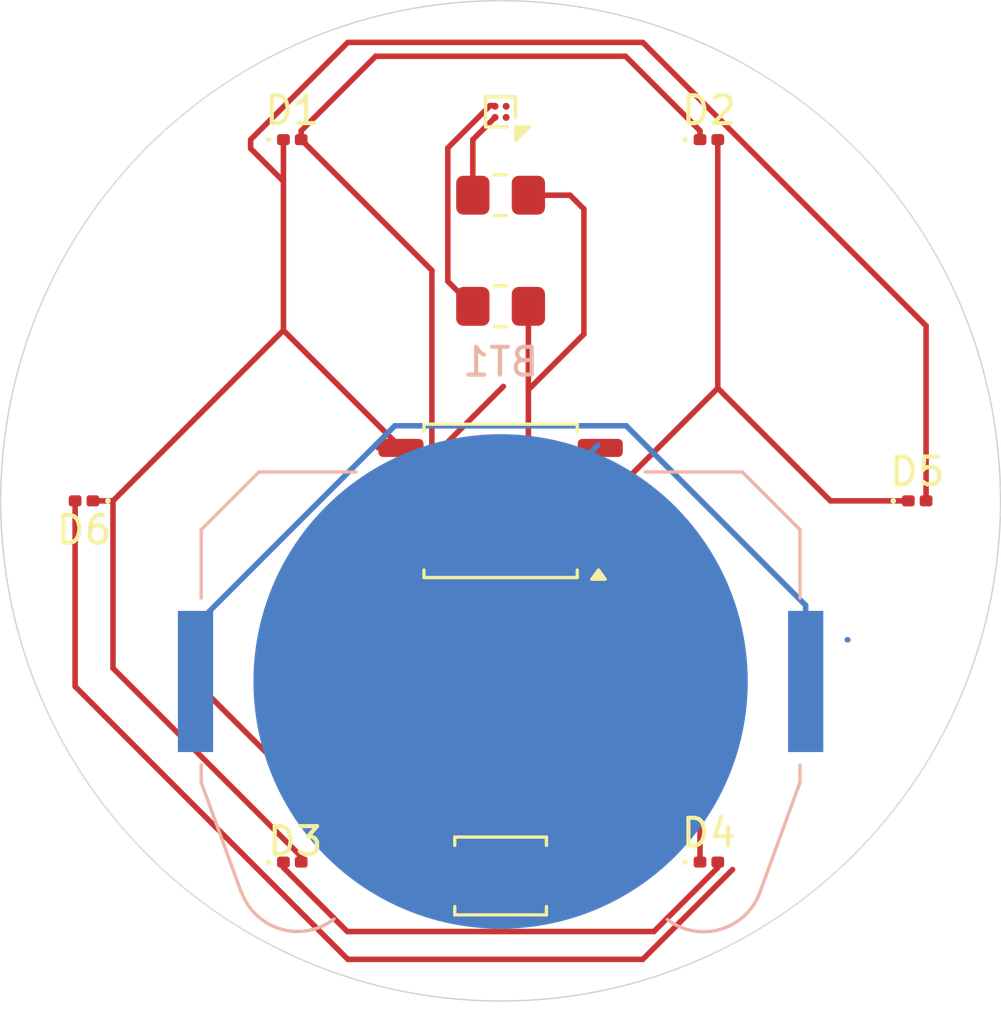
<source format=kicad_pcb>
(kicad_pcb (version 20241229) (generator "pcbnew") (generator_version "9.0")
  (layers (0 "F.Cu" signal) (2 "B.Cu" signal) (13 "F.Paste" user) (15 "B.Paste" user) (5 "F.SilkS" user "F.Silkscreen") (7 "B.SilkS" user "B.Silkscreen") (1 "F.Mask" user) (3 "B.Mask" user) (25 "Edge.Cuts" user))
  (net 0 "")
  (net 1 "Net-(BT1-+)")
  (net 2 "Net-(BT1--)")
  (net 3 "Net-(D1-A)")
  (net 4 "Net-(D1-K)")
  (net 5 "Net-(D2-A)")
  (net 6 "Net-(SW1-B)")
  (net 7 "Net-(U2-SDA)")
  (net 8 "Net-(U2-SCL)")
  (footprint "Resistor_SMD:R_0805_2012Metric_Pad1.20x1.40mm_HandSolder" (layer "F.Cu") (at 150 89)
    (property "Reference" "R1" (hide yes))
    (property "Value" "10Kohm")
    (fp_line (start -0.227064 -0.735) (end 0.227064 -0.735) (stroke (width 0.12)) (layer "F.SilkS"))
    (fp_line (start -0.227064 0.735) (end 0.227064 0.735) (stroke (width 0.12)) (layer "F.SilkS"))
    (pad "1" smd roundrect (at -1 0) (size 1.2 1.4) (layers "F.Cu" "F.Mask" "F.Paste") (roundrect_rratio 0.208333) (net 8 "Net-(U2-SCL)"))
    (pad "2" smd roundrect (at 1 0) (size 1.2 1.4) (layers "F.Cu" "F.Mask" "F.Paste") (roundrect_rratio 0.208333) (net 6 "Net-(SW1-B)"))
  )
  (footprint "LED_SMD:LED_0201_0603Metric" (layer "F.Cu") (at 165 100)
    (property "Reference" "D5" (at 0 -1.05 0) (layer "F.SilkS"))
    (property "Value" "LED")
    (fp_circle (center -0.86 0) (end -0.81 0) (stroke (width 0.1)) (fill no) (layer "F.SilkS"))
    (pad "1" smd roundrect (at -0.32 0) (size 0.46 0.4) (layers "F.Cu" "F.Mask") (net 5 "Net-(D2-A)"))
    (pad "2" smd roundrect (at 0.32 0) (size 0.46 0.4) (layers "F.Cu" "F.Mask") (net 4 "Net-(D1-K)"))
  )
  (footprint "Resistor_SMD:R_0805_2012Metric_Pad1.20x1.40mm_HandSolder" (layer "F.Cu") (at 150 93)
    (property "Reference" "R2" (hide yes))
    (property "Value" "10Kohm")
    (fp_line (start -0.227064 -0.735) (end 0.227064 -0.735) (stroke (width 0.12)) (layer "F.SilkS"))
    (fp_line (start -0.227064 0.735) (end 0.227064 0.735) (stroke (width 0.12)) (layer "F.SilkS"))
    (pad "1" smd roundrect (at -1 0) (size 1.2 1.4) (layers "F.Cu" "F.Mask" "F.Paste") (roundrect_rratio 0.208333) (net 7 "Net-(U2-SDA)"))
    (pad "2" smd roundrect (at 1 0) (size 1.2 1.4) (layers "F.Cu" "F.Mask" "F.Paste") (roundrect_rratio 0.208333) (net 6 "Net-(SW1-B)"))
  )
  (footprint "LED_SMD:LED_0201_0603Metric" (layer "F.Cu") (at 157.5 113)
    (property "Reference" "D4" (at 0 -1.05 0) (layer "F.SilkS"))
    (property "Value" "LED")
    (fp_circle (center -0.86 0) (end -0.81 0) (stroke (width 0.1)) (fill no) (layer "F.SilkS"))
    (pad "1" smd roundrect (at -0.32 0) (size 0.46 0.4) (layers "F.Cu" "F.Mask") (net 5 "Net-(D2-A)"))
    (pad "2" smd roundrect (at 0.32 0) (size 0.46 0.4) (layers "F.Cu" "F.Mask") (net 3 "Net-(D1-A)"))
  )
  (footprint "LED_SMD:LED_0201_0603Metric" (layer "F.Cu") (at 142.5 87)
    (property "Reference" "D1" (at 0 -1.05 0) (layer "F.SilkS"))
    (property "Value" "LED")
    (fp_circle (center -0.86 0) (end -0.81 0) (stroke (width 0.1)) (fill no) (layer "F.SilkS"))
    (pad "1" smd roundrect (at -0.32 0) (size 0.46 0.4) (layers "F.Cu" "F.Mask") (net 4 "Net-(D1-K)"))
    (pad "2" smd roundrect (at 0.32 0) (size 0.46 0.4) (layers "F.Cu" "F.Mask") (net 3 "Net-(D1-A)"))
  )
  (footprint "LED_SMD:LED_0201_0603Metric" (layer "F.Cu") (at 135 100 180)
    (property "Reference" "D6" (at 0 -1.05 0) (layer "F.SilkS"))
    (property "Value" "LED")
    (fp_circle (center -0.86 0) (end -0.81 0) (stroke (width 0.1)) (fill no) (layer "F.SilkS"))
    (pad "1" smd roundrect (at -0.32 0 180) (size 0.46 0.4) (layers "F.Cu" "F.Mask") (net 4 "Net-(D1-K)"))
    (pad "2" smd roundrect (at 0.32 0 180) (size 0.46 0.4) (layers "F.Cu" "F.Mask") (net 5 "Net-(D2-A)"))
  )
  (footprint "Package_SO:SOIC-8_5.3x5.3mm_P1.27mm" (layer "F.Cu") (at 150 100 180)
    (property "Reference" "U3" (hide yes))
    (property "Value" "ATtiny85-20S")
    (fp_line (start 2.76 2.76) (end 2.76 2.49) (stroke (width 0.12)) (layer "F.SilkS"))
    (fp_line (start 2.76 -2.76) (end 2.76 -2.49) (stroke (width 0.12)) (layer "F.SilkS"))
    (fp_line (start 0 2.76) (end 2.76 2.76) (stroke (width 0.12)) (layer "F.SilkS"))
    (fp_line (start 0 2.76) (end -2.76 2.76) (stroke (width 0.12)) (layer "F.SilkS"))
    (fp_line (start 0 -2.76) (end 2.76 -2.76) (stroke (width 0.12)) (layer "F.SilkS"))
    (fp_line (start 0 -2.76) (end -2.76 -2.76) (stroke (width 0.12)) (layer "F.SilkS"))
    (fp_line (start -2.76 2.76) (end -2.76 2.49) (stroke (width 0.12)) (layer "F.SilkS"))
    (fp_line (start -2.76 -2.76) (end -2.76 -2.49) (stroke (width 0.12)) (layer "F.SilkS"))
    (fp_poly (pts (xy -3.525 -2.49) (xy -3.765 -2.82) (xy -3.285 -2.82)) (stroke (width 0.12)) (fill yes) (layer "F.SilkS"))
    (pad "1" smd roundrect (at -3.5875 -1.905 180) (size 1.625 0.65) (layers "F.Cu" "F.Mask" "F.Paste"))
    (pad "2" smd roundrect (at -3.5875 -0.635 180) (size 1.625 0.65) (layers "F.Cu" "F.Mask" "F.Paste") (net 7 "Net-(U2-SDA)"))
    (pad "3" smd roundrect (at -3.5875 0.635 180) (size 1.625 0.65) (layers "F.Cu" "F.Mask" "F.Paste") (net 5 "Net-(D2-A)"))
    (pad "4" smd roundrect (at -3.5875 1.905 180) (size 1.625 0.65) (layers "F.Cu" "F.Mask" "F.Paste") (net 2 "Net-(BT1--)"))
    (pad "5" smd roundrect (at 3.5875 1.905 180) (size 1.625 0.65) (layers "F.Cu" "F.Mask" "F.Paste") (net 4 "Net-(D1-K)"))
    (pad "6" smd roundrect (at 3.5875 0.635 180) (size 1.625 0.65) (layers "F.Cu" "F.Mask" "F.Paste") (net 3 "Net-(D1-A)"))
    (pad "7" smd roundrect (at 3.5875 -0.635 180) (size 1.625 0.65) (layers "F.Cu" "F.Mask" "F.Paste") (net 8 "Net-(U2-SCL)"))
    (pad "8" smd roundrect (at 3.5875 -1.905 180) (size 1.625 0.65) (layers "F.Cu" "F.Mask" "F.Paste") (net 6 "Net-(SW1-B)"))
  )
  (footprint "LED_SMD:LED_0201_0603Metric" (layer "F.Cu") (at 157.5 87)
    (property "Reference" "D2" (at 0 -1.05 0) (layer "F.SilkS"))
    (property "Value" "LED")
    (fp_circle (center -0.86 0) (end -0.81 0) (stroke (width 0.1)) (fill no) (layer "F.SilkS"))
    (pad "1" smd roundrect (at -0.32 0) (size 0.46 0.4) (layers "F.Cu" "F.Mask") (net 3 "Net-(D1-A)"))
    (pad "2" smd roundrect (at 0.32 0) (size 0.46 0.4) (layers "F.Cu" "F.Mask") (net 5 "Net-(D2-A)"))
  )
  (footprint "Package_BGA:WLP-4_0.86x0.86mm_P0.4mm" (layer "F.Cu") (at 150 86 180)
    (property "Reference" "U2" (hide yes))
    (property "Value" "MMC5633NJL")
    (fp_line (start 0.54 0.54) (end 0.54 -0.54) (stroke (width 0.12)) (layer "F.SilkS"))
    (fp_line (start -0.22 -0.54) (end 0.54 -0.54) (stroke (width 0.12)) (layer "F.SilkS"))
    (fp_line (start -0.54 0.54) (end 0.54 0.54) (stroke (width 0.12)) (layer "F.SilkS"))
    (fp_line (start -0.54 -0.22) (end -0.54 0.54) (stroke (width 0.12)) (layer "F.SilkS"))
    (fp_poly (pts (xy -0.54 -0.54) (xy -1.04 -0.54) (xy -0.54 -1.04) (xy -0.54 -0.54)) (stroke (width 0.12)) (fill yes) (layer "F.SilkS"))
    (pad "A1" smd circle (at -0.2 -0.2 180) (size 0.25 0.25) (property pad_prop_bga) (layers "F.Cu" "F.Mask" "F.Paste") (net 2 "Net-(BT1--)"))
    (pad "A2" smd circle (at 0.2 -0.2 180) (size 0.25 0.25) (property pad_prop_bga) (layers "F.Cu" "F.Mask" "F.Paste") (net 8 "Net-(U2-SCL)"))
    (pad "B1" smd circle (at -0.2 0.2 180) (size 0.25 0.25) (property pad_prop_bga) (layers "F.Cu" "F.Mask" "F.Paste") (net 6 "Net-(SW1-B)"))
    (pad "B2" smd circle (at 0.2 0.2 180) (size 0.25 0.25) (property pad_prop_bga) (layers "F.Cu" "F.Mask" "F.Paste") (net 7 "Net-(U2-SDA)"))
  )
  (footprint "Button_Switch_SMD:SW_SPST_B3U-1000P" (layer "F.Cu") (at 150 113.5)
    (property "Reference" "SW1" (hide yes))
    (property "Value" "SW_SPST")
    (fp_line (start -1.65 -1.4) (end 1.65 -1.4) (stroke (width 0.12)) (layer "F.SilkS"))
    (fp_line (start -1.65 -1.1) (end -1.65 -1.4) (stroke (width 0.12)) (layer "F.SilkS"))
    (fp_line (start -1.65 1.1) (end -1.65 1.4) (stroke (width 0.12)) (layer "F.SilkS"))
    (fp_line (start -1.65 1.4) (end 1.65 1.4) (stroke (width 0.12)) (layer "F.SilkS"))
    (fp_line (start 1.65 -1.4) (end 1.65 -1.1) (stroke (width 0.12)) (layer "F.SilkS"))
    (fp_line (start 1.65 1.4) (end 1.65 1.1) (stroke (width 0.12)) (layer "F.SilkS"))
    (pad "1" smd rect (at -1.7 0) (size 0.9 1.7) (layers "F.Cu" "F.Mask" "F.Paste") (net 1 "Net-(BT1-+)"))
    (pad "2" smd rect (at 1.7 0) (size 0.9 1.7) (layers "F.Cu" "F.Mask" "F.Paste") (net 6 "Net-(SW1-B)"))
  )
  (footprint "LED_SMD:LED_0201_0603Metric" (layer "F.Cu") (at 142.5 113)
    (property "Reference" "D3" (at 0.105 -0.75 0) (layer "F.SilkS"))
    (property "Value" "LED")
    (fp_circle (center -0.86 0) (end -0.81 0) (stroke (width 0.1)) (fill no) (layer "F.SilkS"))
    (pad "1" smd roundrect (at -0.32 0) (size 0.46 0.4) (layers "F.Cu" "F.Mask") (net 3 "Net-(D1-A)"))
    (pad "2" smd roundrect (at 0.32 0) (size 0.46 0.4) (layers "F.Cu" "F.Mask") (net 4 "Net-(D1-K)"))
  )
  (footprint "Battery:BatteryHolder_Keystone_3034_1x20mm" (layer "B.Cu") (at 150 106.5 180)
    (property "Reference" "BT1" (at 0 11.5 0) (layer "B.SilkS") (effects (justify mirror)))
    (property "Value" "Battery_Cell")
    (fp_line (start 10.78 5.46) (end 10.78 3) (stroke (width 0.12)) (layer "B.SilkS"))
    (fp_line (start 10.78 -3) (end 10.78 -3.63) (stroke (width 0.12)) (layer "B.SilkS"))
    (fp_line (start 10.78 -3.63) (end 9.34 -7.58) (stroke (width 0.12)) (layer "B.SilkS"))
    (fp_line (start 8.7 7.54) (end 10.78 5.46) (stroke (width 0.12)) (layer "B.SilkS"))
    (fp_line (start 8.7 7.54) (end 5.2 7.54) (stroke (width 0.12)) (layer "B.SilkS"))
    (fp_line (start -5.2 7.54) (end -8.7 7.54) (stroke (width 0.12)) (layer "B.SilkS"))
    (fp_line (start -8.7 7.54) (end -10.78 5.46) (stroke (width 0.12)) (layer "B.SilkS"))
    (fp_line (start -10.78 5.46) (end -10.78 3) (stroke (width 0.12)) (layer "B.SilkS"))
    (fp_line (start -10.78 -3) (end -10.78 -3.63) (stroke (width 0.12)) (layer "B.SilkS"))
    (fp_line (start -10.78 -3.63) (end -9.34 -7.58) (stroke (width 0.12)) (layer "B.SilkS"))
    (fp_arc (start 6 -8.55) (mid 7.90634 -8.911669) (end 9.325243 -7.588169) (stroke (width 0.12)) (layer "B.SilkS"))
    (fp_arc (start -9.34 -7.58) (mid -7.921654 -8.918738) (end -6.003354 -8.56653) (stroke (width 0.12)) (layer "B.SilkS"))
    (pad "1" smd rect (at -10.985 0 180) (size 1.27 5.08) (layers "B.Cu" "B.Mask" "B.Paste") (net 1 "Net-(BT1-+)"))
    (pad "1" smd rect (at 10.985 0 180) (size 1.27 5.08) (layers "B.Cu" "B.Mask" "B.Paste") (net 1 "Net-(BT1-+)"))
    (pad "2" smd circle (at 0 0 180) (size 17.8 17.8) (layers "B.Cu" "B.Mask") (net 2 "Net-(BT1--)"))
  )
  (gr_circle (center 150 100) (end 168 100) (stroke (width 0.05)) (fill no) (layer "Edge.Cuts"))
  (segment (start 146 113.5) (end 139 106.5) (width 0.2) (layer "F.Cu") (net 1))
  (segment (start 148.3 113.5) (end 146 113.5) (width 0.2) (layer "F.Cu") (net 1))
  (segment (start 160.985 103.76) (end 154.524 97.299) (width 0.2) (layer "B.Cu") (net 1))
  (segment (start 139.015 104.472821) (end 139.015 106.5) (width 0.2) (layer "B.Cu") (net 1))
  (segment (start 154.524 97.299) (end 146.188821 97.299) (width 0.2) (layer "B.Cu") (net 1))
  (segment (start 162.485 105) (end 162.5 105) (width 0.2) (layer "B.Cu") (net 1))
  (segment (start 139.015 106.5) (end 139 106.5) (width 0.2) (layer "B.Cu") (net 1))
  (segment (start 160.985 106.5) (end 160.985 103.76) (width 0.2) (layer "B.Cu") (net 1))
  (segment (start 146.188821 97.299) (end 139.015 104.472821) (width 0.2) (layer "B.Cu") (net 1))
  (segment (start 150 101.5) (end 153.5 98) (width 0.2) (layer "B.Cu") (net 2))
  (segment (start 142.18 113) (end 142.18 113.199999) (width 0.2) (layer "F.Cu") (net 3))
  (segment (start 144.480001 115.5) (end 155.519999 115.5) (width 0.2) (layer "F.Cu") (net 3))
  (segment (start 157.18 86.68) (end 154.5 84) (width 0.2) (layer "F.Cu") (net 3))
  (segment (start 155.519999 115.5) (end 157.82 113.199999) (width 0.2) (layer "F.Cu") (net 3))
  (segment (start 147.526 91.706) (end 142.82 87) (width 0.2) (layer "F.Cu") (net 3))
  (segment (start 146.61499 99.365) (end 150.099 95.88099) (width 0.2) (layer "F.Cu") (net 3))
  (segment (start 146.4125 99.365) (end 146.61499 99.365) (width 0.2) (layer "F.Cu") (net 3))
  (segment (start 146.61499 99.365) (end 147.526 98.45399) (width 0.2) (layer "F.Cu") (net 3))
  (segment (start 142.18 113.199999) (end 144.480001 115.5) (width 0.2) (layer "F.Cu") (net 3))
  (segment (start 157.18 87) (end 157.18 86.68) (width 0.2) (layer "F.Cu") (net 3))
  (segment (start 145.5 84) (end 142.82 86.68) (width 0.2) (layer "F.Cu") (net 3))
  (segment (start 147.526 98.45399) (end 147.526 91.706) (width 0.2) (layer "F.Cu") (net 3))
  (segment (start 142.82 86.68) (end 142.82 87) (width 0.2) (layer "F.Cu") (net 3))
  (segment (start 157.82 113.199999) (end 157.82 113) (width 0.2) (layer "F.Cu") (net 3))
  (segment (start 154.5 84) (end 145.5 84) (width 0.2) (layer "F.Cu") (net 3))
  (segment (start 142.18 87) (end 142.18 88.5) (width 0.2) (layer "F.Cu") (net 4))
  (segment (start 142.18 93.8625) (end 146.4125 98.095) (width 0.2) (layer "F.Cu") (net 4))
  (segment (start 142.18 88.5) (end 142.18 93.8625) (width 0.2) (layer "F.Cu") (net 4))
  (segment (start 136.0425 100) (end 142.18 93.8625) (width 0.2) (layer "F.Cu") (net 4))
  (segment (start 155.11987 83.5) (end 144.5 83.5) (width 0.2) (layer "F.Cu") (net 4))
  (segment (start 135.32 100) (end 136.0425 100) (width 0.2) (layer "F.Cu") (net 4))
  (segment (start 136.0425 106.022501) (end 136.0425 100) (width 0.2) (layer "F.Cu") (net 4))
  (segment (start 165.32 93.70013) (end 155.11987 83.5) (width 0.2) (layer "F.Cu") (net 4))
  (segment (start 165.32 100) (end 165.32 93.70013) (width 0.2) (layer "F.Cu") (net 4))
  (segment (start 144.5 83.5) (end 141 87) (width 0.2) (layer "F.Cu") (net 4))
  (segment (start 142.82 113) (end 142.82 112.800001) (width 0.2) (layer "F.Cu") (net 4))
  (segment (start 145.600001 98.095) (end 146.4125 98.095) (width 0.2) (layer "F.Cu") (net 4))
  (segment (start 142.82 112.800001) (end 136.0425 106.022501) (width 0.2) (layer "F.Cu") (net 4))
  (segment (start 141 87.32) (end 142.18 88.5) (width 0.2) (layer "F.Cu") (net 4))
  (segment (start 141 87) (end 141 87.32) (width 0.2) (layer "F.Cu") (net 4))
  (segment (start 154.399999 99.365) (end 157.82 95.944999) (width 0.2) (layer "F.Cu") (net 5))
  (segment (start 157.82 95.944999) (end 157.82 87) (width 0.2) (layer "F.Cu") (net 5))
  (segment (start 155.11987 116.5) (end 158.351 113.26887) (width 0.2) (layer "F.Cu") (net 5))
  (segment (start 144.5 116.5) (end 155.11987 116.5) (width 0.2) (layer "F.Cu") (net 5))
  (segment (start 134.68 100) (end 134.68 106.68) (width 0.2) (layer "F.Cu") (net 5))
  (segment (start 154.399999 99.365) (end 153.5875 99.365) (width 0.2) (layer "F.Cu") (net 5))
  (segment (start 134.68 106.68) (end 144.5 116.5) (width 0.2) (layer "F.Cu") (net 5))
  (segment (start 164.68 100) (end 161.875001 100) (width 0.2) (layer "F.Cu") (net 5))
  (segment (start 157.18 113) (end 157.18 102.145001) (width 0.2) (layer "F.Cu") (net 5))
  (segment (start 157.18 102.145001) (end 154.399999 99.365) (width 0.2) (layer "F.Cu") (net 5))
  (segment (start 161.875001 100) (end 157.82 95.944999) (width 0.2) (layer "F.Cu") (net 5))
  (segment (start 152.5 89) (end 153 89.5) (width 0.2) (layer "F.Cu") (net 6))
  (segment (start 151.7 111.7) (end 146.4125 106.4125) (width 0.2) (layer "F.Cu") (net 6))
  (segment (start 151 98.129999) (end 151 96) (width 0.2) (layer "F.Cu") (net 6))
  (segment (start 147.224999 101.905) (end 151 98.129999) (width 0.2) (layer "F.Cu") (net 6))
  (segment (start 153 89.5) (end 153 94) (width 0.2) (layer "F.Cu") (net 6))
  (segment (start 151.7 113.5) (end 151.7 111.7) (width 0.2) (layer "F.Cu") (net 6))
  (segment (start 151 89) (end 152.5 89) (width 0.2) (layer "F.Cu") (net 6))
  (segment (start 153 94) (end 151 96) (width 0.2) (layer "F.Cu") (net 6))
  (segment (start 146.4125 106.4125) (end 146.4125 101.905) (width 0.2) (layer "F.Cu") (net 6))
  (segment (start 146.4125 101.905) (end 147.224999 101.905) (width 0.2) (layer "F.Cu") (net 6))
  (segment (start 151 96) (end 151 93) (width 0.2) (layer "F.Cu") (net 6))
  (segment (start 148.099 92.099) (end 148.099 87.298545) (width 0.2) (layer "F.Cu") (net 7))
  (segment (start 149.623545 85.774) (end 149.774 85.774) (width 0.2) (layer "F.Cu") (net 7))
  (segment (start 149 93) (end 148.099 92.099) (width 0.2) (layer "F.Cu") (net 7))
  (segment (start 148.099 87.298545) (end 149.623545 85.774) (width 0.2) (layer "F.Cu") (net 7))
  (segment (start 149 87) (end 149.774 86.226) (width 0.2) (layer "F.Cu") (net 8))
  (segment (start 149 89) (end 149 87) (width 0.2) (layer "F.Cu") (net 8))
)
</source>
